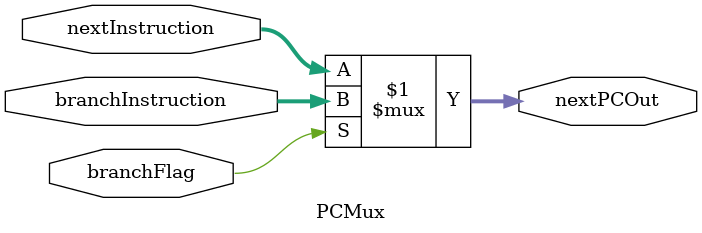
<source format=v>
`timescale 1ns / 1ps

module PC (
    input clk,
    input rst,

    input [31:0] immGenOut,
    input [2:0] funct3,
    input branch,
    input zeroFlag,

    output [31:0] PCOut
);

  wire [31:0] currentPC;
  wire [31:0] PCPlus4;
  wire [31:0] branchTarget;
  wire [31:0] nextPCIn;

  reg branchFlag;

  PCCore pcCore (
      .clk(clk),
      .rst(rst),
      .nextPC(nextPCIn),
      .PC(currentPC)
  );

  // PC + 4
  PCAdd4 pcAdd4 (
      .PCIn           (currentPC),
      .nextInstruction(PCPlus4)
  );

  // PC + ImmGenOut
  PCBranchAdder pcBranchAdder (
      .PCIn             (currentPC),
      .immGenOut        (immGenOut),
      .branchInstruction(branchTarget)
  );


  always @(*) begin
    case (funct3)
      3'b000:  branchFlag = branch & zeroFlag;  // beq
      3'b001:  branchFlag = branch & ~zeroFlag;  // bne
      default: branchFlag = 1'b0;
    endcase
  end


  PCMux pcMux (
      .nextInstruction  (PCPlus4),
      .branchInstruction(branchTarget),
      .branchFlag       (branchFlag),
      .nextPCOut        (nextPCIn)
  );

  assign PCOut = currentPC;

endmodule


module PCCore (
    input clk,
    input rst,
    input [31:0] nextPC,

    output reg [31:0] PC
);

  always @(posedge clk or posedge rst) begin
    if (rst) begin
      PC <= 32'b0;  // Initialize PC to 0 on reset
    end else begin
      PC <= nextPC;
    end
  end

endmodule


// PC + 4
module PCAdd4 (
    input  [31:0] PCIn,
    output [31:0] nextInstruction
);

  assign nextInstruction = PCIn + 32'd4;

endmodule


// PC + ImmGenOut 
module PCBranchAdder (
    input  [31:0] PCIn,
    input  [31:0] immGenOut,
    output [31:0] branchInstruction
);

  assign branchInstruction = PCIn + immGenOut;

endmodule


module PCMux (
    input  [31:0] nextInstruction,
    input  [31:0] branchInstruction,
    input         branchFlag,
    output [31:0] nextPCOut
);

  assign nextPCOut = branchFlag ? branchInstruction : nextInstruction;

endmodule

</source>
